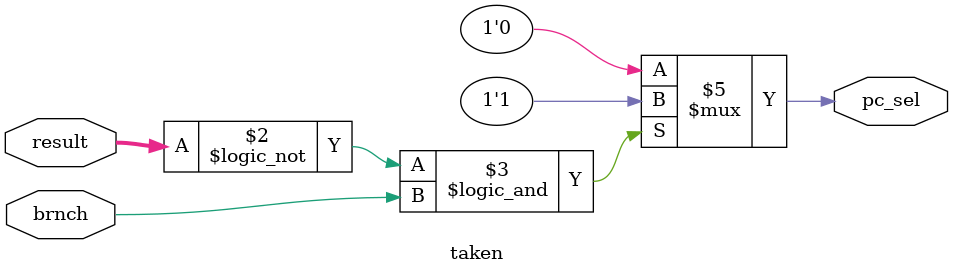
<source format=sv>
module taken(
    input logic [31:0] result,
    input logic brnch,
    output logic pc_sel
);

    always_comb begin
        if (!result && brnch) begin
            pc_sel = 1'b1;
        end else begin
            pc_sel = 1'b0;
        end
    end

endmodule

</source>
